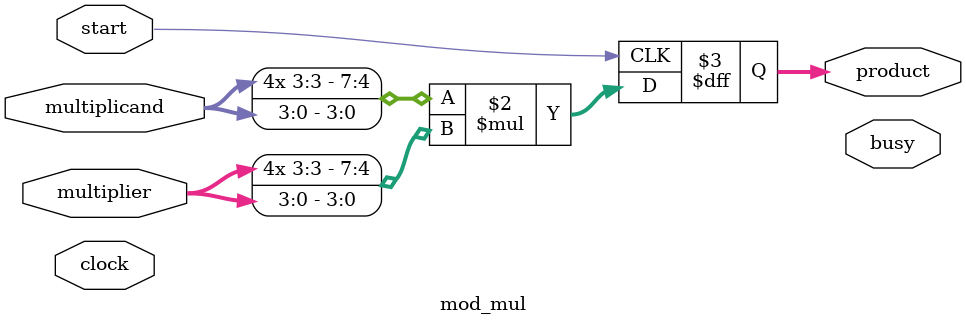
<source format=v>
`timescale 1ns / 1ps
module mod_mul(


input clock,
input start,
input [3:0] multiplicand, 
input [3:0] multiplier,        
output reg [7:0] product,
output busy

    );

always@(posedge start)begin
	product = $signed(multiplicand) * $signed(multiplier);
end

endmodule

</source>
